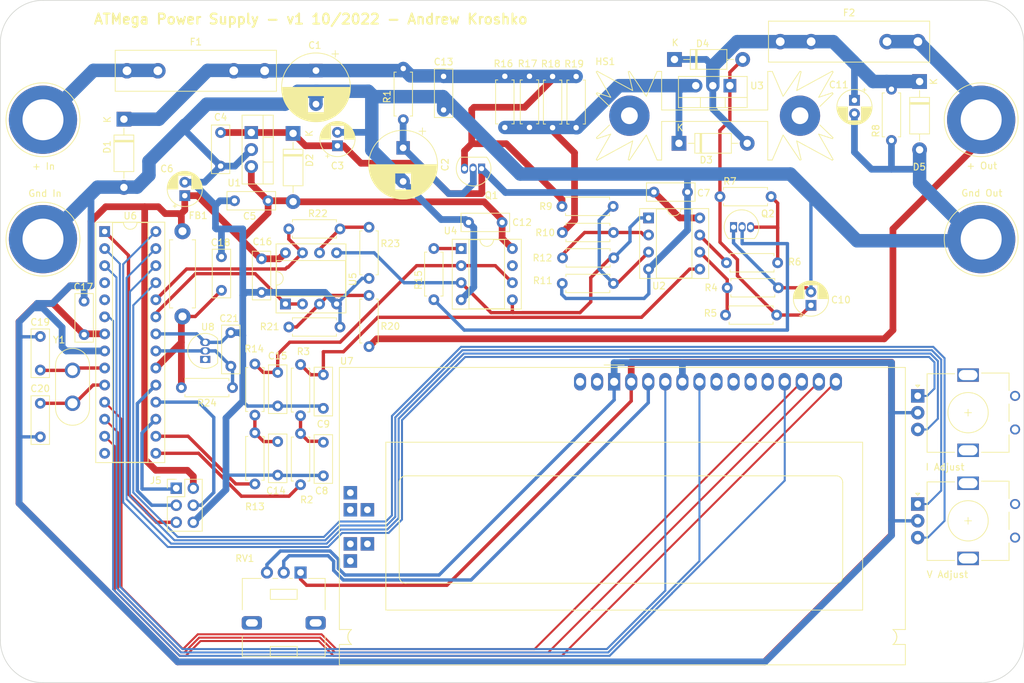
<source format=kicad_pcb>
(kicad_pcb (version 20211014) (generator pcbnew)
  (layers (0 "F.Cu" signal) (31 "B.Cu" mixed) (34 "B.Paste" user) (35 "F.Paste" user) (36 "B.SilkS" user "B.Silkscreen") (37 "F.SilkS" user "F.Silkscreen") (38 "B.Mask" user) (39 "F.Mask" user) (44 "Edge.Cuts" user))
  (net 0 "")
  (net 1 "VAA")
  (net 2 "Earth")
  (net 3 "+VDC")
  (net 4 "Net-(C2-Pad1)")
  (net 5 "+5V")
  (net 6 "Net-(C11-Pad1)")
  (net 7 "Net-(C8-Pad1)")
  (net 8 "Net-(C9-Pad1)")
  (net 9 "Net-(C10-Pad1)")
  (net 10 "Net-(C15-Pad1)")
  (net 11 "Net-(C14-Pad1)")
  (net 12 "Net-(C21-Pad1)")
  (net 13 "Net-(C19-Pad1)")
  (net 14 "Net-(C20-Pad2)")
  (net 15 "Net-(D3-Pad1)")
  (net 16 "Net-(F1-Pad1)")
  (net 17 "Net-(F2-Pad2)")
  (net 18 "Net-(J5-Pad1)")
  (net 19 "Net-(J5-Pad3)")
  (net 20 "Net-(J5-Pad4)")
  (net 21 "Net-(J5-Pad5)")
  (net 22 "Net-(Q2-Pad2)")
  (net 23 "Net-(Q2-Pad3)")
  (net 24 "Net-(R2-Pad2)")
  (net 25 "Net-(R4-Pad1)")
  (net 26 "Net-(R6-Pad1)")
  (net 27 "Net-(R10-Pad2)")
  (net 28 "Net-(R12-Pad1)")
  (net 29 "Net-(R11-Pad1)")
  (net 30 "Net-(R13-Pad2)")
  (net 31 "Net-(R15-Pad2)")
  (net 32 "Net-(R20-Pad2)")
  (net 33 "Net-(R22-Pad1)")
  (net 34 "Net-(R22-Pad2)")
  (net 35 "Net-(SW2-PadA)")
  (net 36 "Net-(SW2-PadB)")
  (net 37 "Net-(SW3-PadA)")
  (net 38 "Net-(SW3-PadB)")
  (net 39 "Net-(U5-Pad1)")
  (net 40 "Net-(U6-Pad2)")
  (net 41 "Net-(U6-Pad3)")
  (net 44 "Net-(U6-Pad6)")
  (net 45 "Net-(U6-Pad11)")
  (net 46 "Net-(U6-Pad12)")
  (net 47 "Net-(U6-Pad13)")
  (net 55 "+5VA")
  (net 56 "Net-(RV1-Pad2)")
  (footprint "Diode_THT:D_DO-41_SOD81_P10.16mm_Horizontal" (layer "F.Cu") (at 81.69275 45.212 -90)
    (fp_text reference "D2")
    (fp_text value "1N4007")
  )
  (footprint "Capacitor_THT:C_Rect_L7.0mm_W2.5mm_P5.00mm" (layer "F.Cu") (at 77.96975 55.245 180)
    (fp_text reference "C5")
    (fp_text value "100n")
  )
  (footprint "Resistor_THT:R_Axial_DIN0207_L6.3mm_D2.5mm_P7.62mm_Horizontal" (layer "F.Cu") (at 82.8 79.629 -90)
    (fp_text reference "R3")
    (fp_text value "10k")
  )
  (footprint "Capacitor_THT:C_Rect_L7.0mm_W2.5mm_P5.00mm" (layer "F.Cu") (at 86.2 91.2 -90)
    (fp_text reference "C8")
    (fp_text value "100n")
  )
  (footprint "Package_DIP:DIP-8_W7.62mm_Socket" (layer "F.Cu") (at 134.625 57.8)
    (fp_text reference "U2")
    (fp_text value "LM358")
  )
  (footprint "Resistor_THT:R_Axial_DIN0207_L6.3mm_D2.5mm_P7.62mm_Horizontal" (layer "F.Cu") (at 76 89.789 -90)
    (fp_text reference "R13")
    (fp_text value "10k")
  )
  (footprint "MountingHole:MountingHole_4.3mm_M4" (layer "F.Cu") (at 184.15 31.75)
    (fp_text reference "H4")
    (fp_text value "MountingHole")
  )
  (footprint "Connector_PinHeader_2.54mm:PinHeader_2x03_P2.54mm_Vertical" (layer "F.Cu") (at 64.29375 98.044)
    (fp_text reference "J5")
    (fp_text value "AVR-ISP-6")
  )
  (footprint "Capacitor_THT:C_Rect_L7.0mm_W2.5mm_P5.00mm" (layer "F.Cu") (at 50.57775 75.184 90)
    (fp_text reference "C17")
    (fp_text value "100n")
  )
  (footprint "Capacitor_THT:CP_Radial_D10.0mm_P5.00mm" (layer "F.Cu") (at 98.07575 47.371 -90)
    (fp_text reference "C2")
    (fp_text value "470u")
  )
  (footprint "Package_TO_SOT_THT:TO-92_Inline" (layer "F.Cu") (at 68.61175 78.867 90)
    (fp_text reference "U8")
    (fp_text value "LM4040LP-2.0")
  )
  (footprint "Package_TO_SOT_THT:TO-220-3_Vertical" (layer "F.Cu") (at 75.46975 45.085 -90)
    (fp_text reference "U1")
    (fp_text value "LM7805")
  )
  (footprint "Capacitor_THT:C_Rect_L7.0mm_W2.5mm_P5.00mm" (layer "F.Cu") (at 44.05 90.4 90)
    (fp_text reference "C20")
    (fp_text value "22p")
  )
  (footprint "Resistor_THT:R_Axial_DIN0207_L6.3mm_D2.5mm_P7.62mm_Horizontal" (layer "F.Cu") (at 120.33 44.36 90)
    (fp_text reference "R18")
    (fp_text value "1")
  )
  (footprint "Resistor_THT:R_Axial_DIN0207_L6.3mm_D2.5mm_P7.62mm_Horizontal" (layer "F.Cu") (at 129.39 67.56 180)
    (fp_text reference "R11")
    (fp_text value "100K")
  )
  (footprint "Diode_THT:D_DO-41_SOD81_P10.16mm_Horizontal" (layer "F.Cu") (at 138.48 34.2)
    (fp_text reference "D4")
    (fp_text value "1N4007")
  )
  (footprint "Capacitor_THT:C_Rect_L7.0mm_W2.5mm_P5.00mm" (layer "F.Cu") (at 76.99375 63.881 -90)
    (fp_text reference "C16")
    (fp_text value "100n")
  )
  (footprint "Diode_THT:D_DO-41_SOD81_P10.16mm_Horizontal" (layer "F.Cu") (at 174.98 37.49 -90)
    (fp_text reference "D5")
    (fp_text value "1N4007")
  )
  (footprint "Connector:Banana_Jack_1Pin" (layer "F.Cu") (at 184.15 43.18)
    (fp_text reference "J3")
    (fp_text value "Conn_01x01")
  )
  (footprint "Resistor_THT:R_Axial_DIN0207_L6.3mm_D2.5mm_P7.62mm_Horizontal" (layer "F.Cu") (at 116.89 44.33 90)
    (fp_text reference "R17")
    (fp_text value "1")
  )
  (footprint "Connector:Banana_Jack_1Pin" (layer "F.Cu") (at 184.15 60.96)
    (fp_text reference "J4")
    (fp_text value "Conn_01x01")
  )
  (footprint "MountingHole:MountingHole_4.3mm_M4" (layer "F.Cu") (at 44.45 120.65)
    (fp_text reference "H1")
    (fp_text value "MountingHole")
  )
  (footprint "Fuse:Fuseholder_Littelfuse_100_series_5x20mm" (layer "F.Cu") (at 56.96 35.89)
    (fp_text reference "F1")
    (fp_text value "2A")
  )
  (footprint "Resistor_THT:R_Axial_DIN0207_L6.3mm_D2.5mm_P7.62mm_Horizontal" (layer "F.Cu") (at 121.78 59.97)
    (fp_text reference "R10")
    (fp_text value "10K")
  )
  (footprint "Capacitor_THT:C_Rect_L7.0mm_W2.5mm_P5.00mm" (layer "F.Cu") (at 104.1 36.725 -90)
    (fp_text reference "C13")
    (fp_text value "100n")
  )
  (footprint "Resistor_THT:R_Axial_DIN0207_L6.3mm_D2.5mm_P7.62mm_Horizontal" (layer "F.Cu") (at 121.73 56.08)
    (fp_text reference "R9")
    (fp_text value "10K")
  )
  (footprint "Resistor_THT:R_Axial_DIN0207_L6.3mm_D2.5mm_P7.62mm_Horizontal" (layer "F.Cu") (at 98.1 43.175 90)
    (fp_text reference "R1")
    (fp_text value "1K")
  )
  (footprint "Resistor_THT:R_Axial_DIN0207_L6.3mm_D2.5mm_P7.62mm_Horizontal" (layer "F.Cu") (at 92.99575 76.962 90)
    (fp_text reference "R20")
    (fp_text value "400K")
  )
  (footprint "Resistor_THT:R_Axial_DIN0207_L6.3mm_D2.5mm_P7.62mm_Horizontal" (layer "F.Cu") (at 170.79 38.64 -90)
    (fp_text reference "R8")
    (fp_text value "330")
  )
  (footprint "Resistor_THT:R_Axial_DIN0207_L6.3mm_D2.5mm_P7.62mm_Horizontal" (layer "F.Cu") (at 76 79.542 -90)
    (fp_text reference "R14")
    (fp_text value "10k")
  )
  (footprint "Diode_THT:D_DO-41_SOD81_P10.16mm_Horizontal" (layer "F.Cu") (at 139.15 46.69)
    (fp_text reference "D3")
    (fp_text value "1N4007")
  )
  (footprint "Package_DIP:DIP-8_W7.62mm_Socket" (layer "F.Cu") (at 106.72175 62.367)
    (fp_text reference "U4")
    (fp_text value "LM358")
  )
  (footprint "MountingHole:MountingHole_4.3mm_M4" (layer "F.Cu") (at 184.15 120.65)
    (fp_text reference "H2")
    (fp_text value "MountingHole")
  )
  (footprint "Capacitor_THT:C_Rect_L7.0mm_W2.5mm_P5.00mm" (layer "F.Cu") (at 71.02475 68.58 90)
    (fp_text reference "C18")
    (fp_text value "100n")
  )
  (footprint "Capacitor_THT:C_Rect_L7.0mm_W2.5mm_P5.00mm" (layer "F.Cu") (at 112.82 58.47 180)
    (fp_text reference "C12")
    (fp_text value "100n")
  )
  (footprint "Resistor_THT:R_Axial_DIN0207_L6.3mm_D2.5mm_P7.62mm_Horizontal" (layer "F.Cu") (at 153.70175 72.263 180)
    (fp_text reference "R5")
    (fp_text value "10K")
  )
  (footprint "Resistor_THT:R_Axial_DIN0207_L6.3mm_D2.5mm_P7.62mm_Horizontal" (layer "F.Cu") (at 123.84 44.36 90)
    (fp_text reference "R19")
    (fp_text value "1")
  )
  (footprint "Connector:Banana_Jack_1Pin" (layer "F.Cu") (at 44.45 43.18)
    (fp_text reference "J1")
    (fp_text value "Conn_01x01")
  )
  (footprint "Capacitor_THT:C_Rect_L7.0mm_W2.5mm_P5.00mm" (layer "F.Cu") (at 44.05 80.45 90)
    (fp_text reference "C19")
    (fp_text value "22p")
  )
  (footprint "MountingHole:MountingHole_4.3mm_M4" (layer "F.Cu") (at 44.45 31.75)
    (fp_text reference "H3")
    (fp_text value "MountingHole")
  )
  (footprint "Potentiometer_THT:Potentiometer_Alps_RK09L_Single_Vertical" (layer "F.Cu") (at 82.8 110.6 -90)
    (fp_text reference "RV1")
    (fp_text value "20K")
  )
  (footprint "Rotary_Encoder:RotaryEncoder_Alps_EC11E_Vertical_H20mm" (layer "F.Cu") (at 174.7 100.4)
    (fp_text reference "SW2")
    (fp_text value "V Adjust")
  )
  (footprint "Package_DIP:DIP-28_W7.62mm_Socket" (layer "F.Cu") (at 53.63575 59.827)
    (fp_text reference "U6")
    (fp_text value "ATmega328-P")
  )
  (footprint "Resistor_THT:R_Axial_DIN0207_L6.3mm_D2.5mm_P7.62mm_Horizontal" (layer "F.Cu") (at 146.33575 68.199)
    (fp_text reference "R4")
    (fp_text value "20K")
  )
  (footprint "Resistor_THT:R_Axial_DIN0207_L6.3mm_D2.5mm_P7.62mm_Horizontal" (layer "F.Cu") (at 92.99575 59.182 -90)
    (fp_text reference "R23")
    (fp_text value "100K")
  )
  (footprint "Package_TO_SOT_THT:TO-92L_Inline" (layer "F.Cu") (at 109.76 50.46 180)
    (fp_text reference "Q1")
    (fp_text value "2N4401")
  )
  (footprint "Resistor_THT:R_Axial_DIN0207_L6.3mm_D2.5mm_P7.62mm_Horizontal" (layer "F.Cu") (at 81.05775 74.041)
    (fp_text reference "R21")
    (fp_text value "100K")
  )
  (footprint "Capacitor_THT:CP_Radial_D5.0mm_P2.00mm" (layer "F.Cu") (at 158.8 70.815113 90)
    (fp_text reference "C10")
    (fp_text value "10u")
  )
  (footprint "Fuse:Fuseholder_Littelfuse_100_series_5x20mm" (layer "F.Cu") (at 154.23 31.55)
    (fp_text reference "F2")
    (fp_text value "2A")
  )
  (footprint "Connector:Banana_Jack_1Pin" (layer "F.Cu") (at 44.45 60.96)
    (fp_text reference "J2")
    (fp_text value "Conn_01x01")
  )
  (footprint "Rotary_Encoder:RotaryEncoder_Alps_EC11E_Vertical_H20mm" (layer "F.Cu") (at 174.7 84.3)
    (fp_text reference "SW3")
    (fp_text value "I Adjust")
  )
  (footprint "Heatsink:Heatsink_Fischer_SK104-STC-STIC_35x13mm_2xDrill2.5mm" (layer "F.Cu") (at 144.47 42.58)
    (fp_text reference "HS1")
    (fp_text value "Heatsink")
  )
  (footprint "Capacitor_THT:CP_Radial_D5.0mm_P2.00mm" (layer "F.Cu") (at 165.28 40.284888 -90)
    (fp_text reference "C11")
    (fp_text value "10u")
  )
  (footprint "Capacitor_THT:C_Rect_L7.0mm_W2.5mm_P5.00mm" (layer "F.Cu") (at 79.4 91.099 -90)
    (fp_text reference "C14")
    (fp_text value "100n")
  )
  (footprint "Package_TO_SOT_THT:TO-220-3_Vertical" (layer "F.Cu") (at 146.73 38.105 180)
    (fp_text reference "U3")
    (fp_text value "LM317_TO-220")
  )
  (footprint "Diode_THT:D_DO-41_SOD81_P10.16mm_Horizontal" (layer "F.Cu") (at 56.5 43.1 -90)
    (fp_text reference "D1")
    (fp_text value "1N4007")
  )
  (footprint "Capacitor_THT:C_Rect_L7.0mm_W2.5mm_P5.00mm" (layer "F.Cu") (at 72.42175 79.883 90)
    (fp_text reference "C21")
    (fp_text value "100n")
  )
  (footprint "Resistor_THT:R_Axial_DIN0207_L6.3mm_D2.5mm_P7.62mm_Horizontal" (layer "F.Cu") (at 65.05575 83.058)
    (fp_text reference "R24")
    (fp_text value "3K")
  )
  (footprint "Package_DIP:DIP-8_W7.62mm_Socket" (layer "F.Cu") (at 80.54975 70.612 90)
    (fp_text reference "U5")
    (fp_text value "LM358")
  )
  (footprint "Resistor_THT:R_Axial_DIN0207_L6.3mm_D2.5mm_P7.62mm_Horizontal" (layer "F.Cu") (at 82.8 89.9 -90)
    (fp_text reference "R2")
    (fp_text value "10k")
  )
  (footprint "Resistor_THT:R_Axial_DIN0207_L6.3mm_D2.5mm_P7.62mm_Horizontal" (layer "F.Cu") (at 146.225 64.475)
    (fp_text reference "R6")
    (fp_text value "1K")
  )
  (footprint "Crystal:Crystal_HC50_Vertical" (layer "F.Cu") (at 48.85 80.5 -90)
    (fp_text reference "Y1")
    (fp_text value "Crystal")
  )
  (footprint "Capacitor_THT:C_Rect_L7.0mm_W2.5mm_P5.00mm" (layer "F.Cu") (at 70.89775 45.085 -90)
    (fp_text reference "C4")
    (fp_text value "100n")
  )
  (footprint "Capacitor_THT:C_Rect_L7.0mm_W2.5mm_P5.00mm" (layer "F.Cu") (at 79.4 80.8 -90)
    (fp_text reference "C15")
    (fp_text value "100n")
  )
  (footprint "Package_TO_SOT_THT:TO-92L_Inline" (layer "F.Cu") (at 147.275 59.175)
    (fp_text reference "Q2")
    (fp_text value "2N4401")
  )
  (footprint "Display:RC1602A" (layer "F.Cu") (at 129.5 82.2)
    (fp_text reference "U7")
    (fp_text value "RC1602A")
  )
  (footprint "Resistor_THT:R_Axial_DIN0207_L6.3mm_D2.5mm_P7.62mm_Horizontal" (layer "F.Cu") (at 145.25 54.625)
    (fp_text reference "R7")
    (fp_text value "1K")
  )
  (footprint "Capacitor_THT:CP_Radial_D5.0mm_P2.00mm" (layer "F.Cu") (at 88.29675 47.056112 90)
    (fp_text reference "C3")
    (fp_text value "10u")
  )
  (footprint "Resistor_THT:R_Axial_DIN0207_L6.3mm_D2.5mm_P7.62mm_Horizontal" (layer "F.Cu") (at 102.64775 69.977 90)
    (fp_text reference "R15")
    (fp_text value "10K")
  )
  (footprint "Resistor_THT:R_Axial_DIN0207_L6.3mm_D2.5mm_P7.62mm_Horizontal" (layer "F.Cu") (at 113.22 44.33 90)
    (fp_text reference "R16")
    (fp_text value "1")
  )
  (footprint "Capacitor_THT:C_Rect_L7.0mm_W2.5mm_P5.00mm" (layer "F.Cu") (at 86.2 81.153 -90)
    (fp_text reference "C9")
    (fp_text value "100n")
  )
  (footprint "Capacitor_THT:CP_Radial_D10.0mm_P5.00mm" (layer "F.Cu") (at 85.1 35.859323 -90)
    (fp_text reference "C1")
    (fp_text value "470u")
  )
  (footprint "Resistor_THT:R_Axial_DIN0207_L6.3mm_D2.5mm_P7.62mm_Horizontal" (layer "F.Cu") (at 88.67775 59.436 180)
    (fp_text reference "R22")
    (fp_text value "200K")
  )
  (footprint "Capacitor_THT:CP_Radial_D5.0mm_P2.00mm" (layer "F.Cu") (at 65.56375 54.483 90)
    (fp_text reference "C6")
    (fp_text value "10u")
  )
  (footprint "Resistor_THT:R_Axial_DIN0411_L9.9mm_D3.6mm_P12.70mm_Horizontal" (layer "F.Cu") (at 65.225 59.775 -90)
    (fp_text reference "FB1")
    (fp_text value "FerriteBead")
  )
  (footprint "Resistor_THT:R_Axial_DIN0207_L6.3mm_D2.5mm_P7.62mm_Horizontal" (layer "F.Cu") (at 129.44 63.75 180)
    (fp_text reference "R12")
    (fp_text value "100K")
  )
  (footprint "Capacitor_THT:C_Rect_L7.0mm_W2.5mm_P5.00mm" (layer "F.Cu") (at 135.425 53.95)
    (fp_text reference "C7")
    (fp_text value "100n")
  )
  (gr_line (start 190.5 31.75) (end 190.5 120.65) (layer "Edge.Cuts") (width 0.1))
  (gr_arc (start 44.45 127) (mid 39.959872 125.140128) (end 38.1 120.65) (layer "Edge.Cuts") (width 0.1))
  (gr_arc (start 184.15 25.4) (mid 188.640128 27.259872) (end 190.5 31.75) (layer "Edge.Cuts") (width 0.1))
  (gr_arc (start 190.5 120.65) (mid 188.640128 125.140128) (end 184.15 127) (layer "Edge.Cuts") (width 0.1))
  (gr_arc (start 38.1 31.75) (mid 39.959872 27.259872) (end 44.45 25.4) (layer "Edge.Cuts") (width 0.1))
  (gr_line (start 38.1 120.65) (end 38.1 31.75) (layer "Edge.Cuts") (width 0.1))
  (gr_line (start 184.15 127) (end 44.45 127) (layer "Edge.Cuts") (width 0.1))
  (gr_line (start 44.45 25.4) (end 184.15 25.4) (layer "Edge.Cuts") (width 0.1))
  (gr_text "V Adjust" (at 179.1208 110.8964) (layer "F.SilkS") (effects (font (size 1 1))))
  (gr_text "Gnd Out" (at 184.2516 54.102) (layer "F.SilkS") (effects (font (size 1 1))))
  (gr_text "+ Out" (at 184.2516 50.038) (layer "F.SilkS") (effects (font (size 1 1))))
  (gr_text "ATMega Power Supply - v1 10/2022 - Andrew Kroshko" (at 84.328 28.194) (layer "F.SilkS") (effects (font (size 1.5 1.5) (thickness 0.3))))
  (gr_text "+ In" (at 44.5516 50.1142) (layer "F.SilkS") (effects (font (size 1 1))))
  (gr_text "Gnd In" (at 44.7548 54.1528) (layer "F.SilkS") (effects (font (size 1 1))))
  (gr_text "I Adjust" (at 178.7652 94.8944) (layer "F.SilkS") (effects (font (size 1 1))))
  (segment (start 75.46975 45.085) (end 70.89775 45.085) (width 1) (layer "F.Cu") (net 1))
  (segment (start 109.8 54.11) (end 109.73 54.18) (width 1) (layer "F.Cu") (net 1))
  (segment (start 109.76 50.46) (end 109.8 50.5) (width 1) (layer "F.Cu") (net 1))
  (segment (start 109.8 50.5) (end 109.8 54.11) (width 1) (layer "F.Cu") (net 1))
  (segment (start 89.18575 47.056112) (end 83.536862 47.056112) (width 1) (layer "F.Cu") (net 1))
  (segment (start 104.88475 54.18) (end 100.36175 49.657) (width 1) (layer "F.Cu") (net 1))
  (segment (start 135.425 53.95) (end 139.275 57.8) (width 1) (layer "F.Cu") (net 1))
  (segment (start 100.36175 49.657) (end 91.786638 49.657) (width 1) (layer "F.Cu") (net 1))
  (segment (start 109.73 54.18) (end 104.88475 54.18) (width 1) (layer "F.Cu") (net 1))
  (segment (start 83.536862 47.056112) (end 81.69275 45.212) (width 1) (layer "F.Cu") (net 1))
  (segment (start 81.69275 45.212) (end 81.56575 45.085) (width 1) (layer "F.Cu") (net 1))
  (segment (start 91.786638 49.657) (end 89.18575 47.056112) (width 1) (layer "F.Cu") (net 1))
  (segment (start 139.275 57.8) (end 142.245 57.8) (width 1) (layer "F.Cu") (net 1))
  (segment (start 81.56575 45.085) (end 75.46975 45.085) (width 1) (layer "F.Cu") (net 1))
  (segment (start 135.365 54.01) (end 135.425 53.95) (width 1) (layer "B.Cu") (net 1))
  (segment (start 109.76 50.46) (end 113.31 54.01) (width 1) (layer "B.Cu") (net 1))
  (segment (start 113.31 54.01) (end 135.365 54.01) (width 1) (layer "B.Cu") (net 1))
  (segment (start 158.183887 68.199) (end 158.8 68.815113) (width 0.5) (layer "F.Cu") (net 2))
  (segment (start 153.95575 68.199) (end 158.183887 68.199) (width 0.5) (layer "F.Cu") (net 2))
  (segment (start 40.9 73.275) (end 42.975 71.2) (width 1) (layer "B.Cu") (net 2))
  (segment (start 183.41 60.96) (end 184.15 60.96) (width 2) (layer "B.Cu") (net 2))
  (segment (start 40.9 90.625) (end 40.9 100.3) (width 1) (layer "B.Cu") (net 2))
  (segment (start 104.1 41.725) (end 104.1 39.85) (width 2) (layer "B.Cu") (net 2))
  (segment (start 74.19975 85.09) (end 71.7 87.58975) (width 1) (layer "B.Cu") (net 2))
  (segment (start 121.69775 69.17775) (end 122.31 69.79) (width 0.5) (layer "B.Cu") (net 2))
  (segment (start 98.07575 52.371) (end 103.74375 58.039) (width 1) (layer "B.Cu") (net 2))
  (segment (start 107.82 58.47) (end 108.6 59.25) (width 1) (layer "B.Cu") (net 2))
  (segment (start 140.425 59.62) (end 134.625 65.42) (width 1) (layer "B.Cu") (net 2))
  (segment (start 121.69775 67.63225) (end 121.69775 69.17775) (width 0.5) (layer "B.Cu") (net 2))
  (segment (start 70.26275 59.436) (end 71.27875 59.436) (width 1) (layer "B.Cu") (net 2))
  (segment (start 158.8 55.5) (end 158.8 68.815113) (width 0.5) (layer "B.Cu") (net 2))
  (segment (start 51.6 54.6736) (end 51.1264 54.6736) (width 1) (layer "B.Cu") (net 2))
  (segment (start 71.7 96.4) (end 71.7 98.25775) (width 1) (layer "B.Cu") (net 2))
  (segment (start 155.73 51.26) (end 159.385 54.915) (width 2) (layer "B.Cu") (net 2))
  (segment (start 115.51 51.26) (end 155.73 51.26) (width 2) (layer "B.Cu") (net 2))
  (segment (start 51.1264 54.6736) (end 50.55 55.25) (width 1) (layer "B.Cu") (net 2))
  (segment (start 76.99375 68.881) (end 86.43875 68.881) (width 1) (layer "B.Cu") (net 2))
  (segment (start 85.1 40.859323) (end 85.1 39) (width 2) (layer "B.Cu") (net 2))
  (segment (start 88.4316 108.631601) (end 87.2 107.4) (width 0.5) (layer "B.Cu") (net 2))
  (segment (start 129.5 84.9) (end 103.4274 110.9726) (width 0.5) (layer "B.Cu") (net 2))
  (segment (start 71.27875 59.436) (end 74.19975 59.436) (width 1) (layer "B.Cu") (net 2))
  (segment (start 58.45175 53.213) (end 60.22975 51.435) (width 2) (layer "B.Cu") (net 2))
  (segment (start 170.8 86.8) (end 170.8 102.8) (width 1) (layer "B.Cu") (net 2))
  (segment (start 174.7 102.9) (end 170.9 102.9) (width 0.5) (layer "B.Cu") (net 2))
  (segment (start 70.13575 55.92363) (end 70.81438 55.245) (width 1) (layer "B.Cu") (net 2))
  (segment (start 68.49975 52.483) (end 70.89775 50.085) (width 1) (layer "B.Cu") (net 2))
  (segment (start 68.61175 76.327) (end 70.97775 76.327) (width 0.5) (layer "B.Cu") (net 2))
  (segment (start 64.5 123.9) (end 151.97575 123.9) (width 1) (layer "B.Cu") (net 2))
  (segment (start 129.5 79.35) (end 139.65 79.35) (width 1) (layer "B.Cu") (net 2))
  (segment (start 174.98 47.65) (end 174.98 50.01) (width 2) (layer "B.Cu") (net 2))
  (segment (start 121.77 67.56) (end 121.69775 67.63225) (width 0.5) (layer "B.Cu") (net 2))
  (segment (start 93.411427 44.669323) (end 93.411427 39.481427) (width 2) (layer "B.Cu") (net 2))
  (segment (start 88.67775 71.12) (end 88.16975 70.612) (width 0.5) (layer "B.Cu") (net 2))
  (segment (start 174.7 86.8) (end 170.8 86.8) (width 0.5) (layer "B.Cu") (net 2))
  (segment (start 134.66175 69.08825) (end 134.66175 65.45675) (width 0.5) (layer "B.Cu") (net 2))
  (segment (start 183.91 61.2) (end 184.15 60.96) (width 2) (layer "B.Cu") (net 2))
  (segment (start 41.125 90.4) (end 44.05 90.4) (width 0.5) (layer "B.Cu") (net 2))
  (segment (start 87.2 107.4) (end 79.8 107.4) (width 0.5) (layer "B.Cu") (net 2))
  (segment (start 167.83 50.55) (end 170.8 50.55) (width 1) (layer "B.Cu") (net 2))
  (segment (start 92.87 38.94) (end 93.67 39.74) (width 2) (layer "B.Cu") (net 2))
  (segment (start 108.6 59.25) (end 108.6 68.10875) (width 1) (layer "B.Cu") (net 2))
  (segment (start 41.05 90.475) (end 41.125 90.4) (width 0.5) (layer "B.Cu") (net 2))
  (segment (start 147.275 59.175) (end 147.275 61.51825) (width 0.5) (layer "B.Cu") (net 2))
  (segment (start 44.4 71.2) (end 47.3 74.1) (width 1) (layer "B.Cu") (net 2))
  (segment (start 103.99 39.74) (end 115.51 51.26) (width 2) (layer "B.Cu") (net 2))
  (segment (start 170.79 50.54) (end 170.8 50.55) (width 1) (layer "B.Cu") (net 2))
  (segment (start 122.31 69.79) (end 133.96 69.79) (width 0.5) (layer "B.Cu") (net 2))
  (segment (start 61.25575 75.067) (end 67.35175 75.067) (width 0.5) (layer "B.Cu") (net 2))
  (segment (start 43.6 70.525) (end 45.875 70.525) (width 1) (layer "B.Cu") (net 2))
  (segment (start 50.57775 67.92225) (end 50.57775 70.184) (width 1) (layer "B.Cu") (net 2))
  (segment (start 91.97975 66.802) (end 92.99575 66.802) (width 0.5) (layer "B.Cu") (net 2))
  (segment (start 60.22975 51.435) (end 60.22975 49.37025) (width 2) (layer "B.Cu") (net 2))
  (segment (start 133.96 69.79) (end 134.66175 69.08825) (width 0.5) (layer "B.Cu") (net 2))
  (segment (start 72.42175 74.883) (end 73.77175 74.883) (width 1) (layer "B.Cu") (net 2))
  (segment (start 88.16975 70.612) (end 91.97975 66.802) (width 0.5) (layer "B.Cu") (net 2))
  (segment (start 74.19975 69.342) (end 74.66075 68.881) (width 1) (layer "B.Cu") (net 2))
  (segment (start 79.388 85.812) (end 79.4 85.8) (width 0.5) (layer "B.Cu") (net 2))
  (segment (start 48.5 67.9) (end 50.6 67.9) (width 1) (layer "B.Cu") (net 2))
  (segment (start 79.4 96.099) (end 72.001 96.099) (width 0.5) (layer "B.Cu") (net 2))
  (segment (start 50.55 55.25) (end 44.8 61) (width 2) (layer "B.Cu") (net 2))
  (segment (start 93.67 39.74) (end 103.99 39.74) (width 2) (layer "B.Cu") (net 2))
  (segment (start 165.28 42.284888) (end 165.28 48) (width 1) (layer "B.Cu") (net 2))
  (segment (start 170.8 79.35) (end 170.8 86.8) (width 1) (layer "B.Cu") (net 2))
  (segment (start 80.480677 40.859323) (end 82.4 38.94) (width 2) (layer "B.Cu") (net 2))
  (segment (start 86.139 96.139) (end 86.2 96.2) (width 0.5) (layer "B.Cu") (net 2))
  (segment (start 129.5 82.2) (end 129.5 79.35) (width 1) (layer "B.Cu") (net 2))
  (segment (start 85.859 85.812) (end 86.2 86.153) (width 0.5) (layer "B.Cu") (net 2))
  (segment (start 50.6 67.9) (end 50.57775 67.92225) (width 1) (layer "B.Cu") (net 2))
  (segment (start 174.44 50.55) (end 174.98 50.01) (width 1) (layer "B.Cu") (net 2))
  (segment (start 108.6 68.10875) (end 106.72175 69.987) (width 1) (layer "B.Cu") (net 2))
  (segment (start 44.05 75.45) (end 44 75.5) (width 0.5) (layer "B.Cu") (net 2))
  (segment (start 88.29675 45.056112) (end 93.024638 45.056112) (width 1) (layer "B.Cu") (net 2))
  (segment (start 60.22975 49.37025) (end 65.626365 43.973635) (width 2) (layer "B.Cu") (net 2))
  (segment (start 73.00975 50.085) (end 75.46975 47.625) (width 1) (layer "B.Cu") (net 2))
  (segment (start 74.19975 85.09) (end 74.92175 85.812) (width 0.5) (layer "B.Cu") (net 2))
  (segment (start 51.6 67.9) (end 51.6 54.6736) (width 1) (layer "B.Cu") (net 2))
  (segment (start 88.4316 109.9916) (end 88.4316 108.631601) (width 0.5) (layer "B.Cu") (net 2))
  (segment (start 79.8 107.4) (end 77.8 109.4) (width 0.5) (layer "B.Cu") (net 2))
  (segment (start 77.8 109.4) (end 77.8 110.6) (width 0.5) (layer "B.Cu") (net 2))
  (segment (start 104.1 39.85) (end 103.99 39.74) (width 2) (layer "B.Cu") (net 2))
  (segment (start 72.001 96.099) (end 71.7 96.4) (width 0.5) (layer "B.Cu") (net 2))
  (segment (start 151.97575 123.9) (end 170.8 105.07575) (width 1) (layer "B.Cu") (net 2))
  (segment (start 74.19975 75.311) (end 74.19975 85.09) (width 1) (layer "B.Cu") (net 2))
  (segment (start 85.16 38.94) (end 92.87 38.94) (width 2) (layer "B.Cu") (net 2))
  (segment (start 65.722385 43.973635) (end 68.836697 40.859323) (width 2) (layer "B.Cu") (net 2))
  (segment (start 107.389 58.039) (end 107.82 58.47) (width 1) (layer "B.Cu") (net 2))
  (segment (start 70.13575 59.309) (end 70.26275 59.436) (width 1) (layer "B.Cu") (net 2))
  (segment (start 79.4 96.099) (end 79.44 96.139) (width 0.5) (layer "B.Cu") (net 2))
  (segment (start 44 75.5) (end 41.35 75.5) (width 0.5) (layer "B.Cu") (net 2))
  (segment (start 140.41375 53.93875) (end 140.41375 51.05375) (width 1) (layer "B.Cu") (net 2))
  (segment (start 103.4274 110.9726) (end 89.4126 110.9726) (width 0.5) (layer "B.Cu") (net 2))
  (segment (start 70.89775 50.085) (end 73.00975 50.085) (width 1) (layer "B.Cu") (net 2))
  (segment (start 47.3 77) (end 47.907 77.607) (width 1) (layer "B.Cu") (net 2))
  (segment (start 52.587 53.213) (end 58.45175 53.213) (width 2) (layer "B.Cu") (net 2))
  (segment (start 74.92175 85.812) (end 79.388 85.812) (width 0.5) (layer "B.Cu") (net 2))
  (segment (start 47.907 77.607) (end 53.63575 77.607) (width 1) (layer "B.Cu") (net 2))
  (segment (start 79.412 85.812) (end 85.859 85.812) (width 0.5) (layer "B.Cu") (net 2))
  (segment (start 139.66 82.2) (end 139.66 79.36) (width 1) (layer "B.Cu") (net 2))
  (segment (start 71.7 98.25775) (end 66.83375 103.124) (width 1) (layer "B.Cu") (net 2))
  (segment (start 79.4 85.8) (end 79.412 85.812) (width 0.5) (layer "B.Cu") (net 2))
  (segment (start 139.65 79.35) (end 170.8 79.35) (width 1) (layer "B.Cu") (net 2))
  (segment (start 85.1 39) (end 85.16 38.94) (width 2) (layer "B.Cu") (net 2))
  (segment (start 70.81438 55.245) (end 72.96975 55.245) (width 1) (layer "B.Cu") (net 2))
  (segment (start 50.55 55.25) (end 52.587 53.213) (width 2) (layer "B.Cu") (net 2))
  (segment (start 70.13575 55.92363) (end 70.13575 59.309) (width 1) (layer "B.Cu") (net 2))
  (segment (start 86.43875 68.881) (end 88.16975 70.612) (width 1) (layer "B.Cu") (net 2))
  (segment (start 134.66175 65.45675) (end 134.625 65.42) (width 0.5) (layer "B.Cu") (net 2))
  (segment (start 68.836697 40.859323) (end 80.480677 40.859323) (width 2) (layer "B.Cu") (net 2))
  (segment (start 67.35175 75.067) (end 68.61175 76.327) (width 0.5) (layer "B.Cu") (net 2))
  (segment (start 70.89775 50.085) (end 65.722385 44.909635) (width 1) (layer "B.Cu") (net 2))
  (segment (start 79.44 96.139) (end 86.139 96.139) (width 0.5) (layer "B.Cu") (net 2))
  (segment (start 43.6 70.575) (end 42.975 71.2) (width 1) (layer "B.Cu") (net 2))
  (segment (start 71.02475 59.69) (end 71.27875 59.436) (width 1) (layer "B.Cu") (net 2))
  (segment (start 40.9 75.95) (end 40.9 73.275) (width 1) (layer "B.Cu") (net 2))
  (segment (start 170.79 46.26) (end 170.79 50.54) (width 1) (layer "B.Cu") (net 2))
  (segment (start 103.74375 58.039) (end 107.389 58.039) (width 1) (layer "B.Cu") (net 2))
  (segment (start 50.6 67.9) (end 51.6 67.9) (width 1) (layer "B.Cu") (net 2))
  (segment (start 165.67 61.2) (end 183.91 61.2) (width 2) (layer "B.Cu") (net 2))
  (segment (start 47.3 74.1) (end 47.3 77) (width 1) (layer "B.Cu") (net 2))
  (segment (start 66.69512 52.483) (end 70.13575 55.92363) (width 1) (layer "B.Cu") (net 2))
  (segment (start 170.8 50.55) (end 174.44 50.55) (width 1) (layer "B.Cu") (net 2))
  (segment (start 70.97775 76.327) (end 72.42175 74.883) (width 0.5) (layer "B.Cu") (net 2))
  (segment (start 170.8 105.07575) (end 170.8 102.8) (width 1) (layer "B.Cu") (net 2))
  (segment (start 140.425 53.95) (end 140.41375 53.93875) (width 1) (layer "B.Cu") (net 2))
  (segment (start 93.024638 45.056112) (end 93.411427 44.669323) (width 1) (layer "B.Cu") (net 2))
  (segment (start 65.722385 44.909635) (end 65.722385 43.973635) (width 1) (layer "B.Cu") (net 2))
  (segment (start 93.411427 39.481427) (end 92.87 38.94) (width 2) (layer "B.Cu") (net 2))
  (segment (start 147.275 61.51825) (end 153.95575 68.199) (width 0.5) (layer "B.Cu") (net 2))
  (segment (start 159.385 54.915) (end 165.67 61.2) (width 2) (layer "B.Cu") (net 2))
  (segment (start 74.66075 68.881) (end 76.99375 68.881) (width 1) (layer "B.Cu") (net 2))
  (segment (start 174.98 50.01) (end 174.98 52.53) (width 2) (layer "B.Cu") (net 2))
  (segment (start 71.7 87.58975) (end 71.7 96.4) (width 1) (layer "B.Cu") (net 2))
  (segment (start 140.425 53.95) (end 140.425 59.62) (width 1) (layer "B.Cu") (net 2))
  (segment (start 73.77175 74.883) (end 74.19975 75.311) (width 1) (layer "B.Cu") (net 2))
  (segment (start 71.02475 63.58) (end 71.02475 59.69) (width 1) (layer "B.Cu") (net 2))
  (segment (start 40.9 75.95) (end 40.9 90.325) (width 1) (layer "B.Cu") (net 2))
  (segment (start 40.9 100.3) (end 64.5 123.9) (width 1) (layer "B.Cu") (net 2))
  (segment (start 43.6 70.525) (end 43.6 70.575) (width 1) (layer "B.Cu") (net 2))
  (segment (start 65.626365 43.973635) (end 65.722385 43.973635) (width 2) (layer "B.Cu") (net 2))
  (segment (start 82.4 38.94) (end 85.16 38.94) (width 2) (layer "B.Cu") (net 2))
  (segment (start 65.56375 52.483) (end 68.49975 52.483) (width 1) (layer "B.Cu") (net 2))
  (segment (start 45.875 70.525) (end 48.5 67.9) (width 1) (layer "B.Cu") (net 2))
  (segment (start 88.67775 74.041) (end 88.67775 71.12) (width 0.5) (layer "B.Cu") (net 2))
  (segment (start 93.411427 47.706677) (end 98.07575 52.371) (width 2) (layer "B.Cu") (net 2))
  (segment (start 174.98 52.53) (end 183.41 60.96) (width 2) (layer "B.Cu") (net 2))
  (segment (start 89.4126 110.9726) (end 88.4316 109.9916) (width 0.5) (layer "B.Cu") (net 2))
  (segment (start 41.35 75.5) (end 40.9 75.95) (width 0.5) (layer "B.Cu") (net 2))
  (segment (start 165.28 48) (end 167.83 50.55) (width 1) (layer "B.Cu") (net 2))
  (segment (start 74.19975 59.436) (end 74.19975 69.342) (width 1) (layer "B.Cu") (net 2))
  (segment (start 42.975 71.2) (end 44.4 71.2) (width 1) (layer "B.Cu") (net 2))
  (segment (start 93.411427 44.669323) (end 93.411427 47.706677) (width 2) (layer "B.Cu") (net 2))
  (segment (start 129.5 82.2) (end 129.5 84.9) (width 0.5) (layer "B.Cu") (net 2))
  (segment (start 74.19975 69.342) (end 74.19975 75.311) (width 1) (layer "B.Cu") (net 2))
  (segment (start 139.66 79.36) (end 139.65 79.35) (width 1) (layer "B.Cu") (net 2))
  (segment (start 170.9 102.9) (end 170.8 102.8) (width 0.5) (layer "B.Cu") (net 2))
  (segment (start 121.73 55.055) (end 121.73 56.08) (width 1) (layer "F.Cu") (net 3))
  (segment (start 120.33 37.15) (end 116.155 41.325) (width 1) (layer "F.Cu") (net 3))
  (segment (start 120.33 36.74) (end 120.33 37.15) (width 1) (layer "F.Cu") (net 3))
  (segment (start 107.22 47.82) (end 108.29 46.75) (width 1) (layer "F.Cu") (net 3))
  (segment (start 116.155 41.325) (end 108.635 41.325) (width 1) (layer "F.Cu") (net 3))
  (segment (start 108.29 41.67) (end 108.29 46.75) (width 1) (layer "F.Cu") (net 3))
  (segment (start 113.425 46.75) (end 121.73 55.055) (width 1) (layer "F.Cu") (net 3))
  (segment (start 107.22 50.46) (end 107.22 47.82) (width 1) (layer "F.Cu") (net 3))
  (segment (start 108.29 46.75) (end 113.425 46.75) (width 1) (layer "F.Cu") (net 3))
  (segment (start 108.635 41.325) (end 108.29 41.67) (width 1) (layer "F.Cu") (net 3))
  (segment (start 68.97 35.83) (end 61.7 43.1) (width 2) (layer "B.Cu") (net 3))
  (segment (start 72.86 35.89) (end 72.8 35.83) (width 2) (layer "B.Cu") (net 3))
  (segment (start 72.8 35.83) (end 68.97 35.83) (width 2) (layer "B.Cu") (net 3))
  (segment (start 85.1 35.859323) (end 79.567677 35.859323) (width 2) (layer "B.Cu") (net 3))
  (segment (start 79.567677 35.859323) (end 79.537 35.89) (width 2) (layer "B.Cu") (net 3))
  (segment (start 72.86 35.89) (end 77.46 35.89) (width 2) (layer "B.Cu") (net 3))
  (segment (start 97.795677 35.859323) (end 98.1 35.555) (width 2) (layer "B.Cu") (net 3))
  (segment (start 85.1 35.859323) (end 97.795677 35.859323) (width 2) (layer "B.Cu") (net 3))
  (segment (start 98.1 35.555) (end 99.195 36.65) (width 2) (layer "B.Cu") (net 3))
  (segment (start 123.825 36.725) (end 123.84 36.74) (width 2) (layer "B.Cu") (net 3))
  (segment (start 99.195 36.65) (end 104.025 36.65) (width 2) (layer "B.Cu") (net 3))
  (segment (start 104.025 36.65) (end 104.1 36.725) (width 2) (layer "B.Cu") (net 3))
  (segment (start 104.1 36.725) (end 123.825 36.725) (width 2) (layer "B.Cu") (net 3))
  (segment (start 61.7 43.1) (end 56.5 43.1) (width 2) (layer "B.Cu") (net 3))
  (segment (start 79.537 35.89) (end 77.46 35.89) (width 2) (layer "B.Cu") (net 3))
  (segment (start 108.53 52.66475) (end 108.53 50.5) (width 1) (layer "B.Cu") (net 4))
  (segment (start 98.1 43.175) (end 98.07575 43.19925) (width 1) (layer "B.Cu") (net 4))
  (segment (start 98.07575 43.19925) (end 98.07575 47.371) (width 1) (layer "B.Cu") (net 4))
  (segment (start 98.07575 47.371) (end 104.88475 54.18) (width 1) (layer "B.Cu") (net 4))
  (segment (start 107.01475 54.18) (end 108.53 52.66475) (width 1) (layer "B.Cu") (net 4))
  (segment (start 104.88475 54.18) (end 107.01475 54.18) (width 1) (layer "B.Cu") (net 4))
  (segment (start 108.53 50.5) (end 108.49 50.46) (width 1) (layer "B.Cu") (net 4))
  (segment (start 132 79.3) (end 132.04 79.34) (width 1) (layer "F.Cu") (net 5))
  (segment (start 104.6 112.5) (end 83.7 112.5) (width 0.5) (layer "F.Cu") (net 5))
  (segment (start 81.69275 55.372) (end 81.72075 55.4) (width 1) (layer "F.Cu") (net 5))
  (segment (start 65.56375 56.636774) (end 65.56375 54.483) (width 1) (layer "F.Cu") (net 5))
  (segment (start 77.96975 55.245) (end 77.96975 57.063) (width 1) (layer "F.Cu") (net 5))
  (segment (start 66.83375 96.266) (end 66.83375 98.044) (width 1) (layer "F.Cu") (net 5))
  (segment (start 75.46975 52.745) (end 77.96975 55.245) (width 1) (layer "F.Cu") (net 5))
  (segment (start 77.96975 55.245) (end 81.56575 55.245) (width 1) (layer "F.Cu") (net 5))
  (segment (start 62.64275 57.15) (end 61.62675 56.134) (width 1) (layer "F.Cu") (net 5))
  (segment (start 53.793214 56.134) (end 59.59475 56.134) (width 1) (layer "F.Cu") (net 5))
  (segment (start 170.8 79.3) (end 132 79.3) (width 1) (layer "F.Cu") (net 5))
  (segment (start 76.99375 63.881) (end 76.86675 63.881) (width 1) (layer "F.Cu") (net 5))
  (segment (start 61.62675 56.134) (end 59.59475 56.134) (width 1) (layer "F.Cu") (net 5))
  (segment (start 64.67475 57.15) (end 62.64275 57.15) (width 1) (layer "F.Cu") (net 5))
  (segment (start 45.94375 70.55) (end 45.85 70.55) (width 1) (layer "F.Cu") (net 5))
  (segment (start 51.613982 67.886018) (end 51.613982 58.313232) (width 1) (layer "F.Cu") (net 5))
  (segment (start 64.862637 57.337887) (end 65.56375 56.636774) (width 1) (layer "F.Cu") (net 5))
  (segment (start 76.86675 63.881) (end 74.00925 61.0235) (width 1) (layer "F.Cu") (net 5))
  (segment (start 64.5 123.9) (end 151.9 123.9) (width 1) (layer "F.Cu") (net 5))
  (segment (start 132.04 82.2) (end 132.04 85.06) (width 0.5) (layer "F.Cu") (net 5))
  (segment (start 65.05575 59.60575) (end 65.225 59.775) (width 1) (layer "F.Cu") (net 5))
  (segment (start 151.9 123.9) (end 170.8 105) (width 1) (layer "F.Cu") (net 5))
  (segment (start 132.04 85.06) (end 104.6 112.5) (width 0.5) (layer "F.Cu") (net 5))
  (segment (start 51.613982 58.313232) (end 53.793214 56.134) (width 1) (layer "F.Cu") (net 5))
  (segment (start 81.56575 55.245) (end 81.69275 55.372) (width 1) (layer "F.Cu") (net 5))
  (segment (start 50.57775 75.057) (end 53.62575 75.057) (width 1) (layer "F.Cu") (net 5))
  (segment (start 43.575 70.55) (end 40.875 73.25) (width 1) (layer "F.Cu") (net 5))
  (segment (start 50.57775 75.184) (end 45.94375 70.55) (width 1) (layer "F.Cu") (net 5))
  (segment (start 112.82 58.47) (end 112.82 60.84525) (width 1) (layer "F.Cu") (net 5))
  (segment (start 65.94475 95.377) (end 66.83375 96.266) (width 1) (layer "F.Cu") (net 5))
  (segment (start 83.7 112.5) (end 82.8 111.6) (width 0.5) (layer "F.Cu") (net 5))
  (segment (start 59.59475 93.726) (end 61.24575 95.377) (width 1) (layer "F.Cu") (net 5))
  (segment (start 40.875 100.275) (end 64.5 123.9) (width 1) (layer "F.Cu") (net 5))
  (segment (start 112.82 60.84525) (end 114.34175 62.367) (width 1) (layer "F.Cu") (net 5))
  (segment (start 112.82 58.09125) (end 112.82 58.47) (width 1) (layer "F.Cu") (net 5))
  (segment (start 51.6 67.9) (end 51.613982 67.886018) (width 1) (layer "F.Cu") (net 5))
  (segment (start 77.96975 57.063) (end 74.00925 61.0235) (width 1) (layer "F.Cu") (net 5))
  (segment (start 61.24575 95.377) (end 65.94475 95.377) (width 1) (layer "F.Cu") (net 5))
  (segment (start 132.04 79.34) (end 132.04 82.2) (width 1) (layer "F.Cu") (net 5))
  (segment (start 59.59475 56.134) (end 59.59475 93.726) (width 1) (layer "F.Cu") (net 5))
  (segment (start 74.00925 61.0235) (end 67.46875 54.483) (width 1) (layer "F.Cu") (net 5))
  (segment (start 45.85 70.55) (end 43.575 70.55) (width 1) (layer "F.Cu") (net 5))
  (segment (start 170.8 105) (end 170.8 79.3) (width 1) (layer "F.Cu") (net 5))
  (segment (start 48.5 67.9) (end 51.6 67.9) (width 1) (layer "F.Cu") (net 5))
  (segment (start 53.62575 75.057) (end 53.63575 75.067) (width 1) (layer "F.Cu") (net 5))
  (segment (start 81.72075 55.4) (end 110.12875 55.4) (width 1) (layer "F.Cu") (net 5))
  (segment (start 65.05575 57.531) (end 65.05575 59.60575) (width 1) (layer "F.Cu") (net 5))
  (segment (start 110.12875 55.4) (end 112.82 58.09125) (width 1) (layer "F.Cu") (net 5))
  (segment (start 82.8 111.6) (end 82.8 110.6) (width 0.5) (layer "F.Cu") (net 5))
  (segment (start 76.99375 63.881) (end 79.66075 63.881) (width 1) (layer "F.Cu") (net 5))
  (segment (start 67.46875 54.483) (end 65.56375 54.483) (width 1) (layer "F.Cu") (net 5))
  (segment (start 79.66075 63.881) (end 80.54975 62.992) (width 1) (layer "F.Cu") (net 5))
  (segment (start 40.875 73.25) (end 40.875 100.275) (width 1) (layer "F.Cu") (net 5))
  (segment (start 45.85 70.55) (end 48.5 67.9) (width 1) (layer "F.Cu") (net 5))
  (segment (start 75.46975 50.165) (end 75.46975 52.745) (width 1) (layer "F.Cu") (net 5))
  (segment (start 64.862637 57.337887) (end 64.80175 57.277) (width 1) (layer "F.Cu") (net 5))
  (segment (start 170.79 38.202) (end 170.078 37.49) (width 1) (layer "B.Cu") (net 6))
  (segment (start 138.48 34.2) (end 143.19 34.2) (width 1) (layer "B.Cu") (net 6))
  (segment (start 154.23 31.55) (end 158.83 31.55) (width 2) (layer "B.Cu") (net 6))
  (segment (start 143.19 34.2) (end 144.19 35.2) (width 1) (layer "B.Cu") (net 6))
  (segment (start 165.04 34.48) (end 168.05 37.49) (width 2) (layer "B.Cu") (net 6))
  (segment (start 170.078 37.49) (end 174.98 37.49) (width 2) (layer "B.Cu") (net 6))
  (segment (start 170.79 38.64) (end 170.79 38.202) (width 1) (layer "B.Cu") (net 6))
  (segment (start 147.84 31.55) (end 154.23 31.55) (width 2) (layer "B.Cu") (net 6))
  (segment (start 144.19 35.2) (end 147.84 31.55) (width 2) (layer "B.Cu") (net 6))
  (segment (start 144.19 41.57) (end 144.19 38.105) (width 1) (layer "B.Cu") (net 6))
  (segment (start 165.28 40.284888) (end 165.28 34.72) (width 1) (layer "B.Cu") (net 6))
  (segment (start 162.11 31.55) (end 165.04 34.48) (width 2) (layer "B.Cu") (net 6))
  (segment (start 165.28 34.72) (end 165.04 34.48) (width 1) (layer "B.Cu") (net 6))
  (segment (start 149.31 46.69) (end 144.19 41.57) (width 1) (layer "B.Cu") (net 6))
  (segment (start 158.83 31.55) (end 162.11 31.55) (width 2) (layer "B.Cu") (net 6))
  (segment (start 144.19 38.105) (end 144.19 35.2) (width 2) (layer "B.Cu") (net 6))
  (segment (start 168.05 37.49) (end 170.078 37.49) (width 2) (layer "B.Cu") (net 6))
  (segment (start 83.959 91.059) (end 82.8 89.9) (width 0.5) (layer "F.Cu") (net 7))
  (segment (start 86.059 91.059) (end 83.959 91.059) (width 0.5) (layer "F.Cu") (net 7))
  (segment (start 82.8 87.249) (end 82.8 89.9) (width 0.5) (layer "F.Cu") (net 7))
  (segment (start 86.2 91.2) (end 86.059 91.059) (width 0.5) (layer "F.Cu") (net 7))
  (segment (start 86.2 81.153) (end 86.2 77.724) (width 0.5) (layer "F.Cu") (net 8))
  (segment (start 140.75275 65.42) (end 142.245 65.42) (width 0.5) (layer "F.Cu") (net 8))
  (segment (start 86.2 77.724) (end 89.18575 77.724) (width 0.5) (layer "F.Cu") (net 8))
  (segment (start 86.2 81.153) (end 84.324 81.153) (width 0.5) (layer "F.Cu") (net 8))
  (segment (start 133.57275 72.6) (end 140.75275 65.42) (width 0.5) (layer "F.Cu") (net 8))
  (segment (start 94.30975 72.6) (end 133.57275 72.6) (width 0.5) (layer "F.Cu") (net 8))
  (segment (start 84.324 81.153) (end 82.8 79.629) (width 0.5) (layer "F.Cu") (net 8))
  (segment (start 89.18575 77.724) (end 94.30975 72.6) (width 0.5) (layer "F.Cu") (net 8))
  (segment (start 146.73 43.29) (end 146.73 38.105) (width 0.5) (layer "F.Cu") (net 9))
  (segment (start 153.70175 72.263) (end 147.85975 66.421) (width 0.5) (layer "F.Cu") (net 9))
  (segment (start 145.25 44.77) (end 146.73 43.29) (width 0.5) (layer "F.Cu") (net 9))
  (segment (start 153.70175 72.263) (end 157.352113 72.263) (width 0.5) (layer "F.Cu") (net 9))
  (segment (start 157.352113 72.263) (end 158.8 70.815113) (width 0.5) (layer "F.Cu") (net 9))
  (segment (start 146.73 36.11) (end 148.64 34.2) (width 0.5) (layer "F.Cu") (net 9))
  (segment (start 145.25 54.625) (end 145.25 44.77) (width 0.5) (layer "F.Cu") (net 9))
  (segment (start 147.85975 64.00975) (end 145.2626 61.4126) (width 0.5) (layer "F.Cu") (net 9))
  (segment (start 146.73 38.105) (end 146.73 36.11) (width 0.5) (layer "F.Cu") (net 9))
  (segment (start 145.2626 54.6376) (end 145.25 54.625) (width 0.5) (layer "F.Cu") (net 9))
  (segment (start 147.85975 66.421) (end 147.85975 64.00975) (width 0.5) (layer "F.Cu") (net 9))
  (segment (start 145.2626 61.4126) (end 145.2626 54.6376) (width 0.5) (layer "F.Cu") (net 9))
  (segment (start 111.80175 64.907) (end 114.34175 67.447) (width 0.5) (layer "F.Cu") (net 10))
  (segment (start 79.4 80.8) (end 79.4 78.1) (width 0.5) (layer "F.Cu") (net 10))
  (segment (start 77.258 80.8) (end 76 79.542) (width 0.5) (layer "F.Cu") (net 10))
  (segment (start 79.4 78.1) (end 81.2 76.3) (width 0.5) (layer "F.Cu") (net 10))
  (segment (start 81.2 76.3) (end 88.7 76.3) (width 0.5) (layer "F.Cu") (net 10))
  (segment (start 106.72175 64.907) (end 111.80175 64.907) (width 0.5) (layer "F.Cu") (net 10))
  (segment (start 100.093 64.907) (end 106.72175 64.907) (width 0.5) (layer "F.Cu") (net 10))
  (segment (start 79.4 80.8) (end 77.258 80.8) (width 0.5) (layer "F.Cu") (net 10))
  (segment (start 88.7 76.3) (end 100.093 64.907) (width 0.5) (layer "F.Cu") (net 10))
  (segment (start 79.4 91.099) (end 77.31 91.099) (width 0.5) (layer "F.Cu") (net 11))
  (segment (start 77.31 91.099) (end 76 89.789) (width 0.5) (layer "F.Cu") (net 11))
  (segment (start 76 89.789) (end 76 87.162) (width 0.5) (layer "F.Cu") (net 11))
  (segment (start 61.26575 77.597) (end 61.25575 77.607) (width 0.5) (layer "B.Cu") (net 12))
  (segment (start 68.61175 77.597) (end 70.13575 77.597) (width 0.5) (layer "B.Cu") (net 12))
  (segment (start 72.67575 80.137) (end 72.42175 79.883) (width 0.5) (layer "B.Cu") (net 12))
  (segment (start 72.67575 83.058) (end 72.67575 80.137) (width 0.5) (layer "B.Cu") (net 12))
  (segment (start 68.61175 77.597) (end 61.26575 77.597) (width 0.5) (layer "B.Cu") (net 12))
  (segment (start 70.13575 77.597) (end 72.42175 79.883) (width 0.5) (layer "B.Cu") (net 12))
  (segment (start 49.203 80.147) (end 48.85 80.5) (width 0.5) (layer "F.Cu") (net 13))
  (segment (start 44.1 80.5) (end 44.05 80.45) (width 0.5) (layer "F.Cu") (net 13))
  (segment (start 48.85 80.5) (end 44.1 80.5) (width 0.5) (layer "F.Cu") (net 13))
  (segment (start 53.63575 80.147) (end 49.203 80.147) (width 0.5) (layer "F.Cu") (net 13))
  (segment (start 48.85 85.4) (end 44.05 85.4) (width 0.5) (layer "F.Cu") (net 14))
  (segment (start 49.2 85.4) (end 48.85 85.4) (width 0.5) (layer "F.Cu") (net 14))
  (segment (start 53.63575 82.687) (end 51.913 82.687) (width 0.5) (layer "F.Cu") (net 14))
  (segment (start 51.913 82.687) (end 49.2 85.4) (width 0.5) (layer "F.Cu") (net 14))
  (segment (start 123.6 48.1) (end 120.33 44.83) (width 1) (layer "F.Cu") (net 15))
  (segment (start 123.6 58.15) (end 123.6 48.1) (width 1) (layer "F.Cu") (net 15))
  (segment (start 121.78 59.97) (end 123.6 58.15) (width 1) (layer "F.Cu") (net 15))
  (segment (start 120.33 44.83) (end 120.33 44.36) (width 1) (layer "F.Cu") (net 15))
  (segment (start 139.15 39) (end 140.045 38.105) (width 1) (layer "B.Cu") (net 15))
  (segment (start 113.22 44.33) (end 123.81 44.33) (width 2) (layer "B.Cu") (net 15))
  (segment (start 140.045 38.105) (end 141.65 38.105) (width 2) (layer "B.Cu") (net 15))
  (segment (start 123.84 44.36) (end 123.965 44.36) (width 2) (layer "B.Cu") (net 15))
  (segment (start 123.965 44.36) (end 130.22 38.105) (width 2) (layer "B.Cu") (net 15))
  (segment (start 130.22 38.105) (end 140.045 38.105) (width 2) (layer "B.Cu") (net 15))
  (segment (start 139.15 46.69) (end 139.15 39) (width 1) (layer "B.Cu") (net 15))
  (segment (start 123.81 44.33) (end 123.84 44.36) (width 2) (layer "B.Cu") (net 15))
  (segment (start 61.5 35.83) (end 51.97 35.83) (width 2) (layer "B.Cu") (net 16))
  (segment (start 51.97 35.83) (end 44.62 43.18) (width 2) (layer "B.Cu") (net 16))
  (segment (start 44.62 43.18) (end 44.45 43.18) (width 2) (layer "B.Cu") (net 16))
  (segment (start 61.56 35.89) (end 61.5 35.83) (width 2) (layer "B.Cu") (net 16))
  (segment (start 183.5 43.83) (end 184.15 43.18) (width 1) (layer "F.Cu") (net 17))
  (segment (start 183.5 46.96) (end 183.5 43.83) (width 1) (layer "F.Cu") (net 17))
  (segment (start 171.011322 59.448678) (end 183.5 46.96) (width 1) (layer "F.Cu") (net 17))
  (segment (start 94.15775 75.8) (end 169.72 75.8) (width 1) (layer "F.Cu") (net 17))
  (segment (start 92.99575 76.962) (end 94.15775 75.8) (width 1) (layer "F.Cu") (net 17))
  (segment (start 169.72 75.8) (end 171.011322 74.508678) (width 1) (layer "F.Cu") (net 17))
  (segment (start 171.011322 74.508678) (end 171.011322 59.448678) (width 1) (layer "F.Cu") (net 17))
  (segment (start 174.73 31.55) (end 183.5 40.32) (width 2) (layer "B.Cu") (net 17))
  (segment (start 170.13 31.55) (end 174.73 31.55) (width 2) (layer "B.Cu") (net 17))
  (segment (start 59.19575 89.827) (end 59.19575 98.13505) (width 0.5) (layer "B.Cu") (net 18))
  (segment (start 64.16675 98.171) (end 64.29375 98.044) (width 0.5) (layer "B.Cu") (net 18))
  (segment (start 59.19575 98.13505) (end 59.2317 98.171) (width 0.5) (layer "B.Cu") (net 18))
  (segment (start 59.2317 98.171) (end 64.16675 98.171) (width 0.5) (layer "B.Cu") (net 18))
  (segment (start 61.25575 87.767) (end 59.19575 89.827) (width 0.5) (layer "B.Cu") (net 18))
  (segment (start 58.49575 85.447) (end 61.25575 82.687) (width 0.5) (layer "B.Cu") (net 19))
  (segment (start 58.49575 98.425) (end 58.49575 85.447) (width 0.5) (layer "B.Cu") (net 19))
  (segment (start 64.29375 100.584) (end 60.65475 100.584) (width 0.5) (layer "B.Cu") (net 19))
  (segment (start 60.65475 100.584) (end 58.49575 98.425) (width 0.5) (layer "B.Cu") (net 19))
  (segment (start 69.88175 87.503) (end 67.60575 85.227) (width 0.5) (layer "B.Cu") (net 20))
  (segment (start 67.60575 85.227) (end 61.25575 85.227) (width 0.5) (layer "B.Cu") (net 20))
  (segment (start 69.88175 98.679) (end 69.88175 87.503) (width 0.5) (layer "B.Cu") (net 20))
  (segment (start 67.97675 100.584) (end 69.88175 98.679) (width 0.5) (layer "B.Cu") (net 20))
  (segment (start 66.83375 100.584) (end 67.97675 100.584) (width 0.5) (layer "B.Cu") (net 20))
  (segment (start 57.18175 98.906949) (end 59.874801 101.6) (width 0.5) (layer "F.Cu") (net 21))
  (segment (start 53.63575 59.827) (end 57.18175 63.373) (width 0.5) (layer "F.Cu") (net 21))
  (segment (start 59.874801 101.6) (end 59.874801 101.626051) (width 0.5) (layer "F.Cu") (net 21))
  (segment (start 57.18175 63.373) (end 57.18175 98.906949) (width 0.5) (layer "F.Cu") (net 21))
  (segment (start 59.874801 101.626051) (end 61.37275 103.124) (width 0.5) (layer "F.Cu") (net 21))
  (segment (start 61.37275 103.124) (end 64.29375 103.124) (width 0.5) (layer "F.Cu") (net 21))
  (segment (start 107.17075 74.5) (end 155.3 74.5) (width 0.5) (layer "B.Cu") (net 22))
  (segment (start 155.3 61.625) (end 148.56175 61.625) (width 0.5) (layer "B.Cu") (net 22))
  (segment (start 102.64775 69.977) (end 107.17075 74.5) (width 0.5) (layer "B.Cu") (net 22))
  (segment (start 148.56175 59.19175) (end 148.545 59.175) (width 0.5) (layer "B.Cu") (net 22))
  (segment (start 148.56175 61.625) (end 148.56175 59.19175) (width 0.5) (layer "B.Cu") (net 22))
  (segment (start 155.3 74.5) (end 155.3 61.625) (width 0.5) (layer "B.Cu") (net 22))
  (segment (start 149.815 59.175) (end 153.7392 59.175) (width 0.5) (layer "F.Cu") (net 23))
  (segment (start 153.845 55.6) (end 152.87 54.625) (width 0.5) (layer "F.Cu") (net 23))
  (segment (start 153.7392 59.175) (end 153.845 59.2808) (width 0.5) (layer "F.Cu") (net 23))
  (segment (start 153.845 59.2808) (end 153.845 55.6) (width 0.5) (layer "F.Cu") (net 23))
  (segment (start 153.845 64.475) (end 153.845 59.2808) (width 0.5) (layer "F.Cu") (net 23))
  (segment (start 81.082572 99.237428) (end 82.8 97.52) (width 0.5) (layer "F.Cu") (net 24))
  (segment (start 61.25575 92.847) (end 67.60575 92.847) (width 0.5) (layer "F.Cu") (net 24))
  (segment (start 73.996178 99.237428) (end 81.082572 99.237428) (width 0.5) (layer "F.Cu") (net 24))
  (segment (start 67.60575 92.847) (end 73.996178 99.237428) (width 0.5) (layer "F.Cu") (net 24))
  (segment (start 146.33575 68.199) (end 146.33575 72.009) (width 0.5) (layer "F.Cu") (net 25))
  (segment (start 146.33575 68.199) (end 146.33575 66.97075) (width 0.5) (layer "F.Cu") (net 25))
  (segment (start 146.33575 66.97075) (end 142.245 62.88) (width 0.5) (layer "F.Cu") (net 25))
  (segment (start 146.33575 72.009) (end 146.08175 72.263) (width 0.5) (layer "F.Cu") (net 25))
  (segment (start 142.245 60.395) (end 146.225 64.375) (width 0.5) (layer "F.Cu") (net 26))
  (segment (start 142.245 60.34) (end 142.245 60.395) (width 0.5) (layer "F.Cu") (net 26))
  (segment (start 146.225 64.375) (end 146.225 64.475) (width 0.5) (layer "F.Cu") (net 26))
  (segment (start 129.4 59.97) (end 133.53475 59.97) (width 0.5) (layer "F.Cu") (net 27))
  (segment (start 125.10075 59.97) (end 129.4 59.97) (width 0.5) (layer "F.Cu") (net 27))
  (segment (start 121.82 63.25075) (end 125.10075 59.97) (width 0.5) (layer "F.Cu") (net 27))
  (segment (start 133.53475 59.97) (end 133.90475 60.34) (width 0.5) (layer "F.Cu") (net 27))
  (segment (start 133.90475 60.34) (end 134.625 60.34) (width 0.5) (layer "F.Cu") (net 27))
  (segment (start 121.82 63.75) (end 121.82 63.25075) (width 0.5) (layer "F.Cu") (net 27))
  (segment (start 114.34175 71.79675) (end 114.34175 69.987) (width 0.5) (layer "F.Cu") (net 28))
  (segment (start 106.72175 67.447) (end 111.17475 71.9) (width 0.5) (layer "F.Cu") (net 28))
  (segment (start 111.17475 71.9) (end 114.445 71.9) (width 0.5) (layer "F.Cu") (net 28))
  (segment (start 126.01575 66.69425) (end 128.96 63.75) (width 0.5) (layer "F.Cu") (net 28))
  (segment (start 128.96 63.75) (end 129.44 63.75) (width 0.5) (layer "F.Cu") (net 28))
  (segment (start 114.445 71.9) (end 124.4166 71.9) (width 0.5) (layer "F.Cu") (net 28))
  (segment (start 114.445 71.9) (end 114.34175 71.79675) (width 0.25) (layer "F.Cu") (net 28))
  (segment (start 126.01575 70.30085) (end 126.01575 66.69425) (width 0.5) (layer "F.Cu") (net 28))
  (segment (start 124.4166 71.9) (end 126.01575 70.30085) (width 0.5) (layer "F.Cu") (net 28))
  (segment (start 131.85775 61.31225) (end 131.85775 59.20225) (width 0.5) (layer "B.Cu") (net 28))
  (segment (start 129.44 63.75) (end 129.44 63.73) (width 0.5) (layer "B.Cu") (net 28))
  (segment (start 98.21275 67.447) (end 106.72175 67.447) (width 0.5) (layer "B.Cu") (net 28))
  (segment (start 129.44 63.73) (end 131.85775 61.31225) (width 0.5) (layer "B.Cu") (net 28))
  (segment (start 93.75775 62.992) (end 98.21275 67.447) (width 0.5) (layer "B.Cu") (net 28))
  (segment (start 88.16975 62.992) (end 93.75775 62.992) (width 0.5) (layer "B.Cu") (net 28))
  (segment (start 133.26 57.8) (end 134.625 57.8) (width 0.5) (layer "B.Cu") (net 28))
  (segment (start 131.85775 59.20225) (end 133.26 57.8) (width 0.5) (layer "B.Cu") (net 28))
  (segment (start 134.625 62.895) (end 134.625 62.88) (width 0.5) (layer "F.Cu") (net 29))
  (segment (start 129.96 67.56) (end 134.625 62.895) (width 0.5) (layer "F.Cu") (net 29))
  (segment (start 129.39 67.56) (end 129.96 67.56) (width 0.5) (layer "F.Cu") (net 29))
  (segment (start 129.35 56.08) (end 127.28575 58.14425) (width 0.5) (layer "B.Cu") (net 29))
  (segment (start 127.28575 65.45575) (end 129.39 67.56) (width 0.5) (layer "B.Cu") (net 29))
  (segment (start 127.28575 58.14425) (end 127.28575 65.45575) (width 0.5) (layer "B.Cu") (net 29))
  (segment (start 61.25575 90.307) (end 66.0557 90.307) (width 0.5) (layer "F.Cu") (net 30))
  (segment (start 66.0557 90.307) (end 73.1577 97.409) (width 0.5) (layer "F.Cu") (net 30))
  (segment (start 73.1577 97.409) (end 76 97.409) (width 0.5) (layer "F.Cu") (net 30))
  (segment (start 102.64775 62.357) (end 106.71175 62.357) (width 0.5) (layer "F.Cu") (net 31))
  (segment (start 106.71175 62.357) (end 106.72175 62.367) (width 0.5) (layer "F.Cu") (net 31))
  (segment (start 86.89975 69.342) (end 92.99575 69.342) (width 0.5) (layer "F.Cu") (net 32))
  (segment (start 85.62975 70.612) (end 86.89975 69.342) (width 0.5) (layer "F.Cu") (net 32))
  (segment (start 81.05775 74.041) (end 82.20075 74.041) (width 0.5) (layer "F.Cu") (net 32))
  (segment (start 82.20075 74.041) (end 85.62975 70.612) (width 0.5) (layer "F.Cu") (net 32))
  (segment (start 85.62975 62.484) (end 88.67775 59.436) (width 0.5) (layer "F.Cu") (net 33))
  (segment (start 92.99575 59.182) (end 88.93175 59.182) (width 0.5) (layer "F.Cu") (net 33))
  (segment (start 85.62975 62.992) (end 85.62975 62.484) (width 0.5) (layer "F.Cu") (net 33))
  (segment (start 88.93175 59.182) (end 88.67775 59.436) (width 0.5) (layer "F.Cu") (net 33))
  (segment (start 81.05775 60.96) (end 83.08975 62.992) (width 0.5) (layer "F.Cu") (net 34))
  (segment (start 80.93075 65.151) (end 83.08975 62.992) (width 0.5) (layer "F.Cu") (net 34))
  (segment (start 61.25575 69.987) (end 65.83775 65.405) (width 0.5) (layer "F.Cu") (net 34))
  (segment (start 65.83775 65.405) (end 80.54975 65.405) (width 0.5) (layer "F.Cu") (net 34))
  (segment (start 80.80375 65.151) (end 80.93075 65.151) (width 0.5) (layer "F.Cu") (net 34))
  (segment (start 80.54975 65.405) (end 80.80375 65.151) (width 0.5) (layer "F.Cu") (net 34))
  (segment (start 81.05775 59.436) (end 81.05775 60.96) (width 0.5) (layer "F.Cu") (net 34))
  (segment (start 57.39575 68.767) (end 57.39575 99.173049) (width 0.3) (layer "B.Cu") (net 35))
  (segment (start 106.907106 77.5) (end 176.807108 77.5) (width 0.3) (layer "B.Cu") (net 35))
  (segment (start 64.022701 105.8) (end 86.485788 105.8) (width 0.3) (layer "B.Cu") (net 35))
  (segment (start 178.2 98.4) (end 176.2 100.4) (width 0.3) (layer "B.Cu") (net 35))
  (segment (start 176.2 100.4) (end 174.7 100.4) (width 0.3) (layer "B.Cu") (net 35))
  (segment (start 176.807108 77.5) (end 178.200001 78.892894) (width 0.3) (layer "B.Cu") (net 35))
  (segment (start 96.91 102.295788) (end 96.91 87.497106) (width 0.3) (layer "B.Cu") (net 35))
  (segment (start 61.25575 64.907) (end 57.39575 68.767) (width 0.3) (layer "B.Cu") (net 35))
  (segment (start 88.685788 103.6) (end 95.605788 103.6) (width 0.3) (layer "B.Cu") (net 35))
  (segment (start 96.91 87.497106) (end 106.907106 77.5) (width 0.3) (layer "B.Cu") (net 35))
  (segment (start 178.200001 78.892894) (end 178.2 98.4) (width 0.3) (layer "B.Cu") (net 35))
  (segment (start 86.485788 105.8) (end 88.685788 103.6) (width 0.3) (layer "B.Cu") (net 35))
  (segment (start 57.39575 99.173049) (end 64.022701 105.8) (width 0.3) (layer "B.Cu") (net 35))
  (segment (start 95.605788 103.6) (end 96.91 102.295788) (width 0.3) (layer "B.Cu") (net 35))
  (segment (start 95.498682 103) (end 96.41 102.088682) (width 0.3) (layer "B.Cu") (net 36))
  (segment (start 57.89575 98.683099) (end 64.512651 105.3) (width 0.3) (layer "B.Cu") (net 36))
  (segment (start 178.700001 78.685787) (end 178.7 102.9) (width 0.3) (layer "B.Cu") (net 36))
  (segment (start 177.014215 77) (end 178.700001 78.685787) (width 0.3) (layer "B.Cu") (net 36))
  (segment (start 176.2 105.4) (end 174.7 105.4) (width 0.3) (layer "B.Cu") (net 36))
  (segment (start 88.578682 103) (end 95.498682 103) (width 0.3) (layer "B.Cu") (net 36))
  (segment (start 64.512651 105.3) (end 86.278682 105.3) (width 0.3) (layer "B.Cu") (net 36))
  (segment (start 106.7 77) (end 177.014215 77) (width 0.3) (layer "B.Cu") (net 36))
  (segment (start 61.25575 67.447) (end 57.89575 70.807) (width 0.3) (layer "B.Cu") (net 36))
  (segment (start 57.89575 70.807) (end 57.89575 98.683099) (width 0.3) (layer "B.Cu") (net 36))
  (segment (start 96.41 102.088682) (end 96.41 87.29) (width 0.3) (layer "B.Cu") (net 36))
  (segment (start 178.7 102.9) (end 176.2 105.4) (width 0.3) (layer "B.Cu") (net 36))
  (segment (start 86.278682 105.3) (end 88.578682 103) (width 0.3) (layer "B.Cu") (net 36))
  (segment (start 96.41 87.29) (end 106.7 77) (width 0.3) (layer "B.Cu") (net 36))
  (segment (start 176.392894 78.5) (end 177.2 79.307106) (width 0.3) (layer "B.Cu") (net 37))
  (segment (start 177.2 79.307106) (end 177.2 83.2) (width 0.3) (layer "B.Cu") (net 37))
  (segment (start 97.91 87.911318) (end 107.321318 78.5) (width 0.3) (layer "B.Cu") (net 37))
  (segment (start 56.39575 64.687) (end 56.39575 100.152947) (width 0.3) (layer "B.Cu") (net 37))
  (segment (start 97.91 102.71) (end 97.91 87.911318) (width 0.3) (layer "B.Cu") (net 37))
  (segment (start 177.2 83.2) (end 176.1 84.3) (width 0.3) (layer "B.Cu") (net 37))
  (segment (start 63.042803 106.8) (end 86.900002 106.8) (width 0.3) (layer "B.Cu") (net 37))
  (segment (start 56.39575 100.152947) (end 63.042803 106.8) (width 0.3) (layer "B.Cu") (net 37))
  (segment (start 61.25575 59.827) (end 56.39575 64.687) (width 0.3) (layer "B.Cu") (net 37))
  (segment (start 86.900002 106.8) (end 89 104.7) (width 0.3) (layer "B.Cu") (net 37))
  (segment (start 107.321318 78.5) (end 176.392894 78.5) (width 0.3) (layer "B.Cu") (net 37))
  (segment (start 89 104.7) (end 95.92 104.7) (width 0.3) (layer "B.Cu") (net 37))
  (segment (start 95.92 104.7) (end 97.91 102.71) (width 0.3) (layer "B.Cu") (net 37))
  (segment (start 176.1 84.3) (end 174.7 84.3) (width 0.3) (layer "B.Cu") (net 37))
  (segment (start 95.712894 104.2) (end 97.41 102.502894) (width 0.3) (layer "B.Cu") (net 38))
  (segment (start 107.114212 78) (end 176.600001 78) (width 0.3) (layer "B.Cu") (net 38))
  (segment (start 56.89575 66.727) (end 56.89575 99.662998) (width 0.3) (layer "B.Cu") (net 38))
  (segment (start 176.1 89.3) (end 174.7 89.3) (width 0.3) (layer "B.Cu") (net 38))
  (segment (start 86.692895 106.3) (end 88.792894 104.2) (width 0.3) (layer "B.Cu") (net 38))
  (segment (start 56.89575 99.662998) (end 63.532752 106.3) (width 0.3) (layer "B.Cu") (net 38))
  (segment (start 97.41 87.704212) (end 107.114212 78) (width 0.3) (layer "B.Cu") (net 38))
  (segment (start 97.41 102.502894) (end 97.41 87.704212) (width 0.3) (layer "B.Cu") (net 38))
  (segment (start 61.25575 62.367) (end 56.89575 66.727) (width 0.3) (layer "B.Cu") (net 38))
  (segment (start 88.792894 104.2) (end 95.712894 104.2) (width 0.3) (layer "B.Cu") (net 38))
  (segment (start 177.7 87.7) (end 176.1 89.3) (width 0.3) (layer "B.Cu") (net 38))
  (segment (start 63.532752 106.3) (end 86.692895 106.3) (width 0.3) (layer "B.Cu") (net 38))
  (segment (start 176.600001 78) (end 177.7 79.1) (width 0.3) (layer "B.Cu") (net 38))
  (segment (start 177.7 79.1) (end 177.7 87.7) (width 0.3) (layer "B.Cu") (net 38))
  (segment (start 67.14975 66.105) (end 76.04275 66.105) (width 0.5) (layer "F.Cu") (net 39))
  (segment (start 80.54975 70.612) (end 83.08975 70.612) (width 0.5) (layer "F.Cu") (net 39))
  (segment (start 61.25575 72.527) (end 61.25575 71.999) (width 0.5) (layer "F.Cu") (net 39))
  (segment (start 76.04275 66.105) (end 80.54975 70.612) (width 0.5) (layer "F.Cu") (net 39))
  (segment (start 61.25575 71.999) (end 67.14975 66.105) (width 0.5) (layer "F.Cu") (net 39))
  (segment (start 128.41075 122) (end 137.12 113.29075) (width 0.3) (layer "B.Cu") (net 40))
  (segment (start 53.63575 62.367) (end 55.89575 64.627) (width 0.3) (layer "B.Cu") (net 40))
  (segment (start 55.89575 64.627) (end 55.89575 112.679456) (width 0.3) (layer "B.Cu") (net 40))
  (segment (start 55.89575 112.679456) (end 65.216294 122) (width 0.3) (layer "B.Cu") (net 40))
  (segment (start 65.216294 122) (end 128.41075 122) (width 0.3) (layer "B.Cu") (net 40))
  (segment (start 137.12 113.29075) (end 137.12 82.2) (width 0.3) (layer "B.Cu") (net 40))
  (segment (start 128.617857 122.5) (end 137.605375 113.512481) (width 0.3) (layer "B.Cu") (net 41))
  (segment (start 65.009188 122.5) (end 128.617857 122.5) (width 0.3) (layer "B.Cu") (net 41))
  (segment (start 137.605375 113.512481) (end 137.605375 113.494625) (width 0.3) (layer "B.Cu") (net 41))
  (segment (start 142.2 108.9) (end 142.2 82.2) (width 0.3) (layer "B.Cu") (net 41))
  (segment (start 55.39575 112.886562) (end 65.009188 122.5) (width 0.3) (layer "B.Cu") (net 41))
  (segment (start 137.605375 113.494625) (end 142.2 108.9) (width 0.3) (layer "B.Cu") (net 41))
  (segment (start 53.63575 64.907) (end 55.39575 66.667) (width 0.3) (layer "B.Cu") (net 41))
  (segment (start 55.39575 66.667) (end 55.39575 112.886562) (width 0.3) (layer "B.Cu") (net 41))
  (segment (start 54.27075 72.527) (end 54.89575 73.152) (width 0.3) (layer "B.Cu") (net 44))
  (segment (start 138.105375 113.701731) (end 154.9 96.907106) (width 0.3) (layer "B.Cu") (net 44))
  (segment (start 54.89575 113.093668) (end 64.802082 123) (width 0.3) (layer "B.Cu") (net 44))
  (segment (start 138.105375 113.719587) (end 138.105375 113.701731) (width 0.3) (layer "B.Cu") (net 44))
  (segment (start 154.9 96.907106) (end 154.9 82.2) (width 0.3) (layer "B.Cu") (net 44))
  (segment (start 128.824962 123) (end 138.105375 113.719587) (width 0.3) (layer "B.Cu") (net 44))
  (segment (start 64.802082 123) (end 128.824962 123) (width 0.3) (layer "B.Cu") (net 44))
  (segment (start 54.89575 73.152) (end 54.89575 113.093668) (width 0.3) (layer "B.Cu") (net 44))
  (segment (start 53.63575 72.527) (end 54.27075 72.527) (width 0.3) (layer "B.Cu") (net 44))
  (segment (start 117.64 122) (end 157.44 82.2) (width 0.3) (layer "F.Cu") (net 45))
  (segment (start 65.3 122) (end 67.5 119.8) (width 0.3) (layer "F.Cu") (net 45))
  (segment (start 85.926819 119.8) (end 88.126819 122) (width 0.3) (layer "F.Cu") (net 45))
  (segment (start 88.126819 122) (end 117.64 122) (width 0.3) (layer "F.Cu") (net 45))
  (segment (start 56.14975 112.84975) (end 65.3 122) (width 0.3) (layer "F.Cu") (net 45))
  (segment (start 56.14975 87.741) (end 56.14975 112.84975) (width 0.3) (layer "F.Cu") (net 45))
  (segment (start 67.5 119.8) (end 85.926819 119.8) (width 0.3) (layer "F.Cu") (net 45))
  (segment (start 53.63575 85.227) (end 56.14975 87.741) (width 0.3) (layer "F.Cu") (net 45))
  (segment (start 65.507106 122.5) (end 67.707106 120.3) (width 0.3) (layer "F.Cu") (net 46))
  (segment (start 55.64975 113.140562) (end 65.009188 122.5) (width 0.3) (layer "F.Cu") (net 46))
  (segment (start 65.009188 122.5) (end 65.507106 122.5) (width 0.3) (layer "F.Cu") (net 46))
  (segment (start 119.68762 122.5) (end 159.98508 82.20254) (width 0.3) (layer "F.Cu") (net 46))
  (segment (start 53.63575 87.767) (end 55.64975 89.781) (width 0.3) (layer "F.Cu") (net 46))
  (segment (start 55.64975 89.781) (end 55.64975 113.140562) (width 0.3) (layer "F.Cu") (net 46))
  (segment (start 87.919713 122.5) (end 119.68762 122.5) (width 0.3) (layer "F.Cu") (net 46))
  (segment (start 85.719713 120.3) (end 87.919713 122.5) (width 0.3) (layer "F.Cu") (net 46))
  (segment (start 67.707106 120.3) (end 85.719713 120.3) (width 0.3) (layer "F.Cu") (net 46))
  (segment (start 85.512607 120.8) (end 87.712607 123) (width 0.3) (layer "F.Cu") (net 47))
  (segment (start 67.914212 120.8) (end 85.512607 120.8) (width 0.3) (layer "F.Cu") (net 47))
  (segment (start 64.802082 123) (end 65.714212 123) (width 0.3) (layer "F.Cu") (net 47))
  (segment (start 53.63575 90.307) (end 55.14975 91.821) (width 0.3) (layer "F.Cu") (net 47))
  (segment (start 87.712607 123) (end 121.72 123) (width 0.3) (layer "F.Cu") (net 47))
  (segment (start 55.14975 113.347668) (end 64.802082 123) (width 0.3) (layer "F.Cu") (net 47))
  (segment (start 121.72 123) (end 162.52 82.2) (width 0.3) (layer "F.Cu") (net 47))
  (segment (start 55.14975 91.821) (end 55.14975 113.347668) (width 0.3) (layer "F.Cu") (net 47))
  (segment (start 65.714212 123) (end 67.914212 120.8) (width 0.3) (layer "F.Cu") (net 47))
  (segment (start 65.30975 76.601) (end 65.05575 76.347) (width 0.5) (layer "F.Cu") (net 55))
  (segment (start 65.05575 83.058) (end 65.05575 76.855) (width 1) (layer "F.Cu") (net 55))
  (segment (start 67.12975 72.475) (end 71.02475 68.58) (width 0.5) (layer "F.Cu") (net 55))
  (segment (start 65.05575 72.64425) (end 65.05575 76.347) (width 1) (layer "F.Cu") (net 55))
  (segment (start 65.225 72.475) (end 67.12975 72.475) (width 0.5) (layer "F.Cu") (net 55))
  (segment (start 61.25575 80.147) (end 65.05575 76.347) (width 1) (layer "F.Cu") (net 55))
  (segment (start 65.225 72.475) (end 65.05575 72.64425) (width 1) (layer "F.Cu") (net 55))
  (segment (start 108.1908 111.7092) (end 89.159251 111.7092) (width 0.5) (layer "B.Cu") (net 56))
  (segment (start 81.1 108.1) (end 80.3 108.9) (width 0.5) (layer "B.Cu") (net 56))
  (segment (start 89.159251 111.7092) (end 87.7316 110.281549) (width 0.5) (layer "B.Cu") (net 56))
  (segment (start 87.7316 108.92155) (end 86.91005 108.1) (width 0.5) (layer "B.Cu") (net 56))
  (segment (start 87.7316 110.281549) (end 87.7316 108.92155) (width 0.5) (layer "B.Cu") (net 56))
  (segment (start 86.91005 108.1) (end 81.1 108.1) (width 0.5) (layer "B.Cu") (net 56))
  (segment (start 134.58 82.2) (end 134.58 85.32) (width 0.5) (layer "B.Cu") (net 56))
  (segment (start 80.3 108.9) (end 80.3 110.6) (width 0.5) (layer "B.Cu") (net 56))
  (segment (start 134.58 85.32) (end 108.1908 111.7092) (width 0.5) (layer "B.Cu") (net 56))
)
</source>
